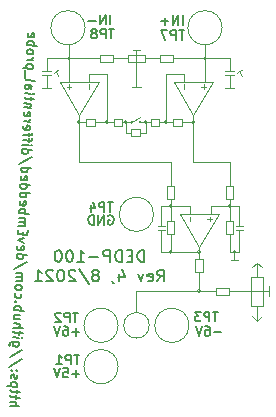
<source format=gbo>
G04 #@! TF.GenerationSoftware,KiCad,Pcbnew,5.1.9-73d0e3b20d~88~ubuntu20.04.1*
G04 #@! TF.CreationDate,2021-08-20T12:19:55+03:00*
G04 #@! TF.ProjectId,diff_probe_amplifier,64696666-5f70-4726-9f62-655f616d706c,rev?*
G04 #@! TF.SameCoordinates,Original*
G04 #@! TF.FileFunction,Legend,Bot*
G04 #@! TF.FilePolarity,Positive*
%FSLAX46Y46*%
G04 Gerber Fmt 4.6, Leading zero omitted, Abs format (unit mm)*
G04 Created by KiCad (PCBNEW 5.1.9-73d0e3b20d~88~ubuntu20.04.1) date 2021-08-20 12:19:55*
%MOMM*%
%LPD*%
G01*
G04 APERTURE LIST*
%ADD10C,0.120000*%
%ADD11C,0.150000*%
%ADD12C,2.500000*%
%ADD13R,1.000000X0.800000*%
%ADD14C,1.500000*%
%ADD15C,0.600000*%
%ADD16C,4.200000*%
G04 APERTURE END LIST*
D10*
X14941421Y-12200000D02*
G75*
G03*
X14941421Y-12200000I-141421J0D01*
G01*
X13241421Y-12200000D02*
G75*
G03*
X13241421Y-12200000I-141421J0D01*
G01*
X13100000Y-13100000D02*
X13100000Y-12200000D01*
X13500000Y-13100000D02*
X13100000Y-13100000D01*
X14800000Y-13100000D02*
X14800000Y-12200000D01*
X14300000Y-13100000D02*
X14800000Y-13100000D01*
X14300000Y-13400000D02*
X13500000Y-13400000D01*
X13500000Y-12800000D02*
X14300000Y-12800000D01*
X14300000Y-12800000D02*
X14300000Y-13400000D01*
X13500000Y-13400000D02*
X13500000Y-13100000D01*
X13500000Y-13100000D02*
X13500000Y-12800000D01*
X19441421Y-23200000D02*
G75*
G03*
X19441421Y-23200000I-141421J0D01*
G01*
X7400000Y-8300000D02*
X7200000Y-7900000D01*
X7000000Y-8000000D02*
X7200000Y-7900000D01*
X7200000Y-7900000D02*
X7400000Y-7800000D01*
X22700000Y-7900000D02*
X22900000Y-7800000D01*
X22500000Y-8000000D02*
X22700000Y-7900000D01*
X22900000Y-8300000D02*
X22700000Y-7900000D01*
X14400000Y-12200000D02*
G75*
G03*
X14400000Y-12200000I-100000J0D01*
G01*
X13700000Y-12200000D02*
G75*
G03*
X13700000Y-12200000I-100000J0D01*
G01*
X9241421Y-12200000D02*
G75*
G03*
X9241421Y-12200000I-141421J0D01*
G01*
X18941421Y-12200000D02*
G75*
G03*
X18941421Y-12200000I-141421J0D01*
G01*
X21900000Y-15600000D02*
X21900000Y-17600000D01*
X18800000Y-15600000D02*
X21900000Y-15600000D01*
X18800000Y-12200000D02*
X18800000Y-15600000D01*
X9100000Y-15600000D02*
X9100000Y-12200000D01*
X16900000Y-15600000D02*
X9100000Y-15600000D01*
X16900000Y-17600000D02*
X16900000Y-15600000D01*
X22441421Y-23200000D02*
G75*
G03*
X22441421Y-23200000I-141421J0D01*
G01*
X17041421Y-23200000D02*
G75*
G03*
X17041421Y-23200000I-141421J0D01*
G01*
X17041421Y-19300000D02*
G75*
G03*
X17041421Y-19300000I-141421J0D01*
G01*
X22041421Y-19300000D02*
G75*
G03*
X22041421Y-19300000I-141421J0D01*
G01*
X22700000Y-19300000D02*
X21900000Y-19300000D01*
X22300000Y-23900000D02*
X22300000Y-23200000D01*
X21900000Y-23200000D02*
X21900000Y-22500000D01*
X22700000Y-23200000D02*
X21900000Y-23200000D01*
X22400000Y-21300000D02*
X23000000Y-21300000D01*
X22400000Y-21000000D02*
X23000000Y-21000000D01*
X22700000Y-21300000D02*
X22700000Y-23200000D01*
X22700000Y-21000000D02*
X22700000Y-19300000D01*
X16100000Y-23200000D02*
X16900000Y-23200000D01*
X16100000Y-21300000D02*
X16100000Y-23200000D01*
X16100000Y-19300000D02*
X16900000Y-19300000D01*
X16100000Y-21000000D02*
X16100000Y-19300000D01*
X15800000Y-21000000D02*
X16400000Y-21000000D01*
X15800000Y-21300000D02*
X16400000Y-21300000D01*
X16900000Y-23200000D02*
X19300000Y-23200000D01*
X16900000Y-21700000D02*
X16900000Y-23200000D01*
X22000000Y-23900000D02*
X22600000Y-23900000D01*
X21900000Y-21700000D02*
X21900000Y-22500000D01*
X20300000Y-19300000D02*
X21900000Y-19300000D01*
X18500000Y-19300000D02*
X16900000Y-19300000D01*
X16900000Y-18700000D02*
X16900000Y-20600000D01*
X21900000Y-18700000D02*
X21900000Y-20600000D01*
X21600000Y-17600000D02*
X22200000Y-17600000D01*
X22200000Y-18700000D02*
X21600000Y-18700000D01*
X22200000Y-17600000D02*
X22200000Y-18700000D01*
X21600000Y-18700000D02*
X21600000Y-17600000D01*
X17200000Y-18700000D02*
X16600000Y-18700000D01*
X16600000Y-17600000D02*
X17200000Y-17600000D01*
X16600000Y-18700000D02*
X16600000Y-17600000D01*
X17200000Y-17600000D02*
X17200000Y-18700000D01*
X17200000Y-20600000D02*
X17200000Y-21700000D01*
X17200000Y-21700000D02*
X16600000Y-21700000D01*
X16600000Y-21700000D02*
X16600000Y-20600000D01*
X16600000Y-20600000D02*
X17200000Y-20600000D01*
X22200000Y-21700000D02*
X21600000Y-21700000D01*
X22200000Y-20600000D02*
X22200000Y-21700000D01*
X21600000Y-20600000D02*
X22200000Y-20600000D01*
X21600000Y-21700000D02*
X21600000Y-20600000D01*
X21800000Y-26200000D02*
X21800000Y-26800000D01*
X21800000Y-26800000D02*
X20700000Y-26800000D01*
X20700000Y-26200000D02*
X21800000Y-26200000D01*
X20700000Y-26800000D02*
X20700000Y-26200000D01*
X15081665Y-29400000D02*
G75*
G03*
X15081665Y-29400000I-1081665J0D01*
G01*
X19441421Y-26500000D02*
G75*
G03*
X19441421Y-26500000I-141421J0D01*
G01*
X24200000Y-29000000D02*
X23800000Y-28600000D01*
X24200000Y-27800000D02*
X24200000Y-29000000D01*
X24200000Y-29000000D02*
X24600000Y-28600000D01*
X24200000Y-24100000D02*
X24600000Y-24500000D01*
X24200000Y-24100000D02*
X23800000Y-24500000D01*
X24200000Y-25300000D02*
X24200000Y-24100000D01*
X25200000Y-26500000D02*
X25200000Y-26900000D01*
X25200000Y-26500000D02*
X25200000Y-26100000D01*
X21800000Y-26500000D02*
X25200000Y-26500000D01*
X24700000Y-27800000D02*
X23700000Y-27800000D01*
X24700000Y-25300000D02*
X24700000Y-27800000D01*
X23700000Y-25300000D02*
X24700000Y-25300000D01*
X23700000Y-27800000D02*
X23700000Y-25300000D01*
X19300000Y-26500000D02*
X20700000Y-26500000D01*
X14000000Y-26500000D02*
X14000000Y-28300000D01*
X19300000Y-26500000D02*
X14000000Y-26500000D01*
X19300000Y-24900000D02*
X19300000Y-26500000D01*
X19000000Y-24900000D02*
X19000000Y-23800000D01*
X19600000Y-24900000D02*
X19000000Y-24900000D01*
X19600000Y-23800000D02*
X19600000Y-24900000D01*
X19000000Y-23800000D02*
X19600000Y-23800000D01*
X19300000Y-22800000D02*
X19300000Y-23800000D01*
X20300000Y-19300000D02*
X20300000Y-20000000D01*
X20200000Y-20600000D02*
X20200000Y-20200000D01*
X19300000Y-22800000D02*
X21000000Y-20000000D01*
X20000000Y-20400000D02*
X20400000Y-20400000D01*
X21000000Y-20000000D02*
X17700000Y-20000000D01*
X18500000Y-20000000D02*
X18500000Y-19300000D01*
X17700000Y-20000000D02*
X19300000Y-22800000D01*
X18500000Y-20600000D02*
X18500000Y-20200000D01*
X16641421Y-12200000D02*
G75*
G03*
X16641421Y-12200000I-141421J0D01*
G01*
X11641421Y-12200000D02*
G75*
G03*
X11641421Y-12200000I-141421J0D01*
G01*
X8441421Y-6800000D02*
G75*
G03*
X8441421Y-6800000I-141421J0D01*
G01*
X19941421Y-6800000D02*
G75*
G03*
X19941421Y-6800000I-141421J0D01*
G01*
X14000000Y-9200000D02*
X14400000Y-9200000D01*
X14000000Y-9200000D02*
X13600000Y-9200000D01*
X14000000Y-8200000D02*
X14000000Y-9200000D01*
X15900000Y-12200000D02*
X16500000Y-12200000D01*
X14200000Y-12200000D02*
X15200000Y-12200000D01*
X13600000Y-12200000D02*
X14300000Y-11800000D01*
X12800000Y-12200000D02*
X13600000Y-12200000D01*
X11500000Y-12200000D02*
X12100000Y-12200000D01*
X15900000Y-11900000D02*
X15900000Y-12500000D01*
X15200000Y-12500000D02*
X15200000Y-12200000D01*
X15200000Y-11900000D02*
X15900000Y-11900000D01*
X15900000Y-12500000D02*
X15200000Y-12500000D01*
X15200000Y-12200000D02*
X15200000Y-11900000D01*
X12100000Y-12500000D02*
X12100000Y-12200000D01*
X12800000Y-12500000D02*
X12100000Y-12500000D01*
X12800000Y-11900000D02*
X12800000Y-12500000D01*
X12100000Y-11900000D02*
X12800000Y-11900000D01*
X12100000Y-12200000D02*
X12100000Y-11900000D01*
X16000000Y-6800000D02*
X14700000Y-6800000D01*
X16000000Y-7100000D02*
X16000000Y-6500000D01*
X16000000Y-6500000D02*
X17100000Y-6500000D01*
X17100000Y-6500000D02*
X17100000Y-7100000D01*
X17100000Y-7100000D02*
X16000000Y-7100000D01*
X12000000Y-6800000D02*
X13300000Y-6800000D01*
X12000000Y-7100000D02*
X10900000Y-7100000D01*
X12000000Y-6500000D02*
X12000000Y-7100000D01*
X10900000Y-6500000D02*
X12000000Y-6500000D01*
X10900000Y-7100000D02*
X10900000Y-6500000D01*
X14000000Y-7500000D02*
X14000000Y-8200000D01*
X13700000Y-6100000D02*
X14300000Y-6100000D01*
X14000000Y-7500000D02*
X14000000Y-6100000D01*
X17100000Y-6800000D02*
X19800000Y-6800000D01*
X13300000Y-7100000D02*
X13300000Y-6800000D01*
X14700000Y-7100000D02*
X13300000Y-7100000D01*
X14700000Y-6500000D02*
X14700000Y-7100000D01*
X13300000Y-6500000D02*
X14700000Y-6500000D01*
X13300000Y-6800000D02*
X13300000Y-6500000D01*
X8300000Y-6800000D02*
X10900000Y-6800000D01*
X10000000Y-8800000D02*
X10000000Y-8100000D01*
X6000000Y-8200000D02*
X6800000Y-8200000D01*
X10600000Y-12200000D02*
X11500000Y-12200000D01*
X9100000Y-12200000D02*
X9700000Y-12200000D01*
X9700000Y-12500000D02*
X9700000Y-12200000D01*
X6400000Y-8200000D02*
X6400000Y-9300000D01*
X8300000Y-5650000D02*
X8300000Y-8800000D01*
X10500000Y-12500000D02*
X9700000Y-12500000D01*
X6400000Y-6800000D02*
X6400000Y-7900000D01*
X10000000Y-9400000D02*
X10000000Y-9000000D01*
X6400000Y-6800000D02*
X8300000Y-6800000D01*
X9100000Y-11600000D02*
X10800000Y-8800000D01*
X10500000Y-11900000D02*
X10500000Y-12500000D01*
X9100000Y-12200000D02*
X9100000Y-11600000D01*
X9700000Y-11900000D02*
X10500000Y-11900000D01*
X8100000Y-9200000D02*
X8500000Y-9200000D01*
X11500000Y-11500000D02*
X11500000Y-12200000D01*
X10800000Y-8800000D02*
X7500000Y-8800000D01*
X6000000Y-9300000D02*
X6800000Y-9300000D01*
X11500000Y-8100000D02*
X11500000Y-11500000D01*
X6000000Y-7900000D02*
X6800000Y-7900000D01*
X11500000Y-8100000D02*
X10000000Y-8100000D01*
X7500000Y-8800000D02*
X9100000Y-11600000D01*
X8300000Y-9400000D02*
X8300000Y-9000000D01*
X9700000Y-12200000D02*
X9700000Y-11900000D01*
X18000000Y-9400000D02*
X18000000Y-9000000D01*
X19700000Y-9400000D02*
X19700000Y-9000000D01*
X19500000Y-9200000D02*
X19900000Y-9200000D01*
X21500000Y-9300000D02*
X22300000Y-9300000D01*
X21900000Y-8200000D02*
X21900000Y-9300000D01*
X21500000Y-8200000D02*
X22300000Y-8200000D01*
X21500000Y-7900000D02*
X22300000Y-7900000D01*
X21900000Y-6800000D02*
X21900000Y-7900000D01*
X19800000Y-6800000D02*
X21900000Y-6800000D01*
X18800000Y-12200000D02*
X18800000Y-11600000D01*
X17900000Y-12200000D02*
X18800000Y-12200000D01*
X17100000Y-12500000D02*
X17100000Y-12200000D01*
X17900000Y-12500000D02*
X17100000Y-12500000D01*
X17900000Y-11900000D02*
X17900000Y-12500000D01*
X17100000Y-11900000D02*
X17900000Y-11900000D01*
X17100000Y-12200000D02*
X17100000Y-11900000D01*
X16500000Y-12200000D02*
X17100000Y-12200000D01*
X16500000Y-11500000D02*
X16500000Y-12200000D01*
X16500000Y-8100000D02*
X16500000Y-11500000D01*
X18000000Y-8100000D02*
X16500000Y-8100000D01*
X18000000Y-8800000D02*
X18000000Y-8100000D01*
X18800000Y-11600000D02*
X20500000Y-8800000D01*
X17200000Y-8800000D02*
X18800000Y-11600000D01*
X20500000Y-8800000D02*
X17200000Y-8800000D01*
X19800000Y-5650000D02*
X19800000Y-8800000D01*
D11*
X3267166Y-36203945D02*
X4066211Y-36243025D01*
X3283914Y-35861497D02*
X3702462Y-35881968D01*
X3776700Y-35923739D01*
X3811028Y-36001700D01*
X3805445Y-36115849D01*
X3763673Y-36190088D01*
X3723763Y-36226276D01*
X3829637Y-35621202D02*
X3844525Y-35316804D01*
X4101569Y-35520079D02*
X3416673Y-35486583D01*
X3342434Y-35444811D01*
X3308106Y-35366850D01*
X3311828Y-35290751D01*
X3851969Y-35164605D02*
X3866856Y-34860207D01*
X4123900Y-35063482D02*
X3439004Y-35029985D01*
X3364766Y-34988214D01*
X3330438Y-34910253D01*
X3334160Y-34834154D01*
X3879883Y-34593859D02*
X3080838Y-34554779D01*
X3841833Y-34591998D02*
X3883605Y-34517759D01*
X3891049Y-34365560D01*
X3856721Y-34287600D01*
X3820532Y-34247689D01*
X3746293Y-34205917D01*
X3517995Y-34194752D01*
X3440034Y-34229080D01*
X3400124Y-34265268D01*
X3358352Y-34339507D01*
X3350908Y-34491706D01*
X3385236Y-34569666D01*
X3418733Y-33884771D02*
X3384405Y-33806810D01*
X3391849Y-33654611D01*
X3433621Y-33580373D01*
X3511581Y-33546045D01*
X3549631Y-33547906D01*
X3623869Y-33589677D01*
X3658197Y-33667638D01*
X3652614Y-33781787D01*
X3686942Y-33859748D01*
X3761181Y-33901519D01*
X3799231Y-33903380D01*
X3877191Y-33869052D01*
X3918963Y-33794814D01*
X3924546Y-33680665D01*
X3890218Y-33602704D01*
X3490280Y-33201736D02*
X3454091Y-33161825D01*
X3414180Y-33198014D01*
X3450369Y-33237925D01*
X3490280Y-33201736D01*
X3414180Y-33198014D01*
X3908827Y-33222206D02*
X3872638Y-33182296D01*
X3832728Y-33218485D01*
X3868916Y-33258395D01*
X3908827Y-33222206D01*
X3832728Y-33218485D01*
X4297798Y-32287711D02*
X3236958Y-32922361D01*
X4338739Y-31450616D02*
X3277899Y-32085267D01*
X4064116Y-30826933D02*
X3417270Y-30795297D01*
X3339310Y-30829625D01*
X3299399Y-30865813D01*
X3257628Y-30940052D01*
X3252045Y-31054201D01*
X3286373Y-31132162D01*
X3569469Y-30802740D02*
X3527698Y-30876979D01*
X3520254Y-31029178D01*
X3554582Y-31107138D01*
X3590771Y-31147049D01*
X3665009Y-31188821D01*
X3893308Y-31199986D01*
X3971268Y-31165659D01*
X4011179Y-31129470D01*
X4052951Y-31055231D01*
X4060394Y-30903032D01*
X4026067Y-30825072D01*
X3550029Y-30420382D02*
X4082726Y-30446435D01*
X4349074Y-30459462D02*
X4309163Y-30495651D01*
X4272974Y-30455740D01*
X4312885Y-30419551D01*
X4349074Y-30459462D01*
X4272974Y-30455740D01*
X4095752Y-30180087D02*
X4110640Y-29875689D01*
X4367683Y-30078964D02*
X3682788Y-30045467D01*
X3608549Y-30003696D01*
X3574221Y-29925735D01*
X3577943Y-29849636D01*
X3590970Y-29583287D02*
X4390015Y-29622367D01*
X3607718Y-29240839D02*
X4026266Y-29261310D01*
X4100504Y-29303081D01*
X4134832Y-29381042D01*
X4129249Y-29495191D01*
X4087478Y-29569430D01*
X4047567Y-29605619D01*
X4175773Y-28543947D02*
X3643076Y-28517894D01*
X4159024Y-28886395D02*
X3740477Y-28865925D01*
X3666238Y-28824153D01*
X3631911Y-28746193D01*
X3637493Y-28632043D01*
X3679265Y-28557805D01*
X3719176Y-28521616D01*
X3661686Y-28137396D02*
X4460731Y-28176476D01*
X4156333Y-28161589D02*
X4198104Y-28087350D01*
X4205548Y-27935151D01*
X4171220Y-27857191D01*
X4135031Y-27817280D01*
X4060793Y-27775508D01*
X3832494Y-27764343D01*
X3754534Y-27798671D01*
X3714623Y-27834859D01*
X3672851Y-27909098D01*
X3665408Y-28061297D01*
X3699735Y-28139257D01*
X3773143Y-27418173D02*
X3736954Y-27378262D01*
X3697044Y-27414451D01*
X3733232Y-27454362D01*
X3773143Y-27418173D01*
X3697044Y-27414451D01*
X3770451Y-26693367D02*
X3728680Y-26767605D01*
X3721236Y-26919804D01*
X3755564Y-26997765D01*
X3791753Y-27037675D01*
X3865991Y-27079447D01*
X4094290Y-27090613D01*
X4172250Y-27056285D01*
X4212161Y-27020096D01*
X4253933Y-26945857D01*
X4261376Y-26793658D01*
X4227048Y-26715698D01*
X3754733Y-26234909D02*
X3789061Y-26312869D01*
X3825250Y-26352780D01*
X3899488Y-26394551D01*
X4127787Y-26405717D01*
X4205747Y-26371389D01*
X4245658Y-26335200D01*
X4287430Y-26260962D01*
X4293012Y-26146813D01*
X4258684Y-26068852D01*
X4222496Y-26028941D01*
X4148257Y-25987170D01*
X3919959Y-25976004D01*
X3841998Y-26010332D01*
X3802087Y-26046521D01*
X3760316Y-26120759D01*
X3754733Y-26234909D01*
X3784508Y-25626112D02*
X4317205Y-25652166D01*
X4241105Y-25648444D02*
X4281016Y-25612255D01*
X4322787Y-25538016D01*
X4328370Y-25423867D01*
X4294042Y-25345907D01*
X4219804Y-25304135D01*
X3801256Y-25283665D01*
X4219804Y-25304135D02*
X4297764Y-25269807D01*
X4339536Y-25195569D01*
X4345119Y-25081419D01*
X4310791Y-25003459D01*
X4236552Y-24961687D01*
X3818005Y-24941217D01*
X4701623Y-24030914D02*
X3640783Y-24665564D01*
X3894304Y-23381177D02*
X4693349Y-23420257D01*
X3932353Y-23383038D02*
X3890582Y-23457276D01*
X3883138Y-23609475D01*
X3917466Y-23687436D01*
X3953655Y-23727346D01*
X4027893Y-23769118D01*
X4256192Y-23780284D01*
X4334152Y-23745956D01*
X4374063Y-23709767D01*
X4415835Y-23635529D01*
X4423278Y-23483329D01*
X4388951Y-23405369D01*
X3965850Y-22698142D02*
X3924079Y-22772381D01*
X3916635Y-22924580D01*
X3950963Y-23002540D01*
X4025201Y-23044312D01*
X4329599Y-23059199D01*
X4407560Y-23024871D01*
X4449332Y-22950633D01*
X4456775Y-22798434D01*
X4422448Y-22720473D01*
X4348209Y-22678702D01*
X4272109Y-22674980D01*
X4177400Y-23051756D01*
X4475385Y-22417936D02*
X3951993Y-22201634D01*
X4493994Y-22037439D01*
X4394733Y-21727458D02*
X4407759Y-21461109D01*
X3994795Y-21326490D02*
X3976185Y-21706987D01*
X4775230Y-21746067D01*
X4793840Y-21365570D01*
X4011543Y-20984042D02*
X4544240Y-21010095D01*
X4468140Y-21006373D02*
X4508051Y-20970185D01*
X4549823Y-20895946D01*
X4555405Y-20781797D01*
X4521078Y-20703836D01*
X4446839Y-20662065D01*
X4028292Y-20641594D01*
X4446839Y-20662065D02*
X4524799Y-20627737D01*
X4566571Y-20553498D01*
X4572154Y-20439349D01*
X4537826Y-20361388D01*
X4463587Y-20319617D01*
X4045040Y-20299146D01*
X4063650Y-19918649D02*
X4862694Y-19957729D01*
X4558296Y-19942841D02*
X4600068Y-19868603D01*
X4607512Y-19716403D01*
X4573184Y-19638443D01*
X4536995Y-19598532D01*
X4462757Y-19556761D01*
X4234458Y-19545595D01*
X4156498Y-19579923D01*
X4116587Y-19616112D01*
X4074815Y-19690350D01*
X4067371Y-19842549D01*
X4101699Y-19920510D01*
X4151945Y-18893166D02*
X4110173Y-18967405D01*
X4102729Y-19119604D01*
X4137057Y-19197564D01*
X4211296Y-19239336D01*
X4515694Y-19254224D01*
X4593654Y-19219896D01*
X4635426Y-19145657D01*
X4642870Y-18993458D01*
X4608542Y-18915498D01*
X4534303Y-18873726D01*
X4458204Y-18870004D01*
X4363495Y-19246780D01*
X4149253Y-18168360D02*
X4948298Y-18207440D01*
X4187303Y-18170221D02*
X4145531Y-18244459D01*
X4138087Y-18396659D01*
X4172415Y-18474619D01*
X4208604Y-18514530D01*
X4282843Y-18556301D01*
X4511141Y-18567467D01*
X4589102Y-18533139D01*
X4629012Y-18496950D01*
X4670784Y-18422712D01*
X4678228Y-18270513D01*
X4643900Y-18192552D01*
X4184611Y-17445415D02*
X4983656Y-17484494D01*
X4222661Y-17447276D02*
X4180889Y-17521514D01*
X4173445Y-17673713D01*
X4207773Y-17751674D01*
X4243962Y-17791584D01*
X4318200Y-17833356D01*
X4546499Y-17844522D01*
X4624459Y-17810194D01*
X4664370Y-17774005D01*
X4706142Y-17699766D01*
X4713586Y-17547567D01*
X4679258Y-17469607D01*
X4256158Y-16762380D02*
X4214386Y-16836618D01*
X4206942Y-16988817D01*
X4241270Y-17066778D01*
X4315509Y-17108550D01*
X4619907Y-17123437D01*
X4697867Y-17089109D01*
X4739639Y-17014871D01*
X4747083Y-16862672D01*
X4712755Y-16784711D01*
X4638516Y-16742940D01*
X4562417Y-16739218D01*
X4467708Y-17115993D01*
X4253466Y-16037574D02*
X5052511Y-16076653D01*
X4291516Y-16039434D02*
X4249744Y-16113673D01*
X4242300Y-16265872D01*
X4276628Y-16343833D01*
X4312817Y-16383743D01*
X4387055Y-16425515D01*
X4615354Y-16436681D01*
X4693314Y-16402353D01*
X4733225Y-16366164D01*
X4774997Y-16291925D01*
X4782441Y-16139726D01*
X4748113Y-16061766D01*
X5137084Y-15127270D02*
X4076244Y-15761921D01*
X4329764Y-14477533D02*
X5128809Y-14516613D01*
X4367814Y-14479394D02*
X4326043Y-14553633D01*
X4318599Y-14705832D01*
X4352927Y-14783792D01*
X4389116Y-14823703D01*
X4463354Y-14865475D01*
X4691653Y-14876640D01*
X4769613Y-14842313D01*
X4809524Y-14806124D01*
X4851295Y-14731885D01*
X4858739Y-14579686D01*
X4824411Y-14501726D01*
X4348374Y-14097036D02*
X4881071Y-14123089D01*
X5147419Y-14136116D02*
X5107508Y-14172305D01*
X5071319Y-14132394D01*
X5111230Y-14096205D01*
X5147419Y-14136116D01*
X5071319Y-14132394D01*
X4894097Y-13856741D02*
X4908985Y-13552343D01*
X4366983Y-13716538D02*
X5051879Y-13750035D01*
X5129839Y-13715707D01*
X5171611Y-13641469D01*
X5175333Y-13565369D01*
X4916428Y-13400144D02*
X4931316Y-13095746D01*
X4389315Y-13259941D02*
X5074210Y-13293438D01*
X5152171Y-13259110D01*
X5193942Y-13184872D01*
X5197664Y-13108772D01*
X4464583Y-12500807D02*
X4422812Y-12575046D01*
X4415368Y-12727245D01*
X4449696Y-12805205D01*
X4523934Y-12846977D01*
X4828332Y-12861864D01*
X4906293Y-12827536D01*
X4948064Y-12753298D01*
X4955508Y-12601099D01*
X4921180Y-12523138D01*
X4846942Y-12481367D01*
X4770842Y-12477645D01*
X4676133Y-12854420D01*
X4445143Y-12118448D02*
X4977840Y-12144502D01*
X4825641Y-12137058D02*
X4903601Y-12102730D01*
X4943512Y-12066541D01*
X4985283Y-11992303D01*
X4989005Y-11916203D01*
X4522273Y-11321265D02*
X4480501Y-11395503D01*
X4473057Y-11547702D01*
X4507385Y-11625663D01*
X4581624Y-11667434D01*
X4886022Y-11682322D01*
X4963982Y-11647994D01*
X5005754Y-11573755D01*
X5013198Y-11421556D01*
X4978870Y-11343596D01*
X4904631Y-11301824D01*
X4828532Y-11298102D01*
X4733823Y-11674878D01*
X5035529Y-10964959D02*
X4502832Y-10938906D01*
X4959429Y-10961237D02*
X4999340Y-10925049D01*
X5041112Y-10850810D01*
X5046695Y-10736661D01*
X5012367Y-10658700D01*
X4938128Y-10616929D01*
X4519581Y-10596458D01*
X5065304Y-10356163D02*
X5080191Y-10051765D01*
X5337235Y-10255040D02*
X4652339Y-10221543D01*
X4578101Y-10179772D01*
X4543773Y-10101811D01*
X4547495Y-10025712D01*
X4560521Y-9759364D02*
X5093218Y-9785417D01*
X5359566Y-9798443D02*
X5319656Y-9834632D01*
X5283467Y-9794721D01*
X5323378Y-9758533D01*
X5359566Y-9798443D01*
X5283467Y-9794721D01*
X4595879Y-9036418D02*
X5014427Y-9056889D01*
X5088665Y-9098660D01*
X5122993Y-9176621D01*
X5115549Y-9328820D01*
X5073778Y-9403058D01*
X4633929Y-9038279D02*
X4592158Y-9112518D01*
X4582853Y-9302766D01*
X4617181Y-9380727D01*
X4691419Y-9422499D01*
X4767519Y-9426220D01*
X4845479Y-9391893D01*
X4887251Y-9317654D01*
X4896556Y-9127405D01*
X4938327Y-9053167D01*
X4620072Y-8541771D02*
X4654400Y-8619732D01*
X4728638Y-8661503D01*
X5413534Y-8695000D01*
X4549555Y-8423900D02*
X4579330Y-7815104D01*
X5197431Y-7654630D02*
X4398386Y-7615550D01*
X5159381Y-7652769D02*
X5201153Y-7578531D01*
X5208597Y-7426332D01*
X5174269Y-7348371D01*
X5138080Y-7308461D01*
X5063841Y-7266689D01*
X4835543Y-7255523D01*
X4757582Y-7289851D01*
X4717672Y-7326040D01*
X4675900Y-7400279D01*
X4668456Y-7552478D01*
X4702784Y-7630438D01*
X4700092Y-6905632D02*
X5232789Y-6931685D01*
X5080590Y-6924241D02*
X5158550Y-6889913D01*
X5198461Y-6853724D01*
X5240233Y-6779486D01*
X5243955Y-6703386D01*
X4729867Y-6296836D02*
X4764195Y-6374796D01*
X4800384Y-6414707D01*
X4874623Y-6456478D01*
X5102921Y-6467644D01*
X5180882Y-6433316D01*
X5220792Y-6397127D01*
X5262564Y-6322889D01*
X5268147Y-6208740D01*
X5233819Y-6130779D01*
X5197630Y-6090868D01*
X5123392Y-6049097D01*
X4895093Y-6037931D01*
X4817133Y-6072259D01*
X4777222Y-6108448D01*
X4735450Y-6182686D01*
X4729867Y-6296836D01*
X4759642Y-5688039D02*
X5558687Y-5727119D01*
X5254289Y-5712232D02*
X5296061Y-5637993D01*
X5303505Y-5485794D01*
X5269177Y-5407834D01*
X5232988Y-5367923D01*
X5158749Y-5326151D01*
X4930451Y-5314986D01*
X4852490Y-5349314D01*
X4812580Y-5385502D01*
X4770808Y-5459741D01*
X4763364Y-5611940D01*
X4797692Y-5689900D01*
X4847938Y-4662557D02*
X4806166Y-4736796D01*
X4798722Y-4888995D01*
X4833050Y-4966955D01*
X4907289Y-5008727D01*
X5211687Y-5023614D01*
X5289647Y-4989286D01*
X5331419Y-4915048D01*
X5338863Y-4762849D01*
X5304535Y-4684888D01*
X5230296Y-4643117D01*
X5154197Y-4639395D01*
X5059488Y-5016170D01*
X14661904Y-24027380D02*
X14661904Y-23027380D01*
X14423809Y-23027380D01*
X14280952Y-23075000D01*
X14185714Y-23170238D01*
X14138095Y-23265476D01*
X14090476Y-23455952D01*
X14090476Y-23598809D01*
X14138095Y-23789285D01*
X14185714Y-23884523D01*
X14280952Y-23979761D01*
X14423809Y-24027380D01*
X14661904Y-24027380D01*
X13661904Y-23503571D02*
X13328571Y-23503571D01*
X13185714Y-24027380D02*
X13661904Y-24027380D01*
X13661904Y-23027380D01*
X13185714Y-23027380D01*
X12757142Y-24027380D02*
X12757142Y-23027380D01*
X12519047Y-23027380D01*
X12376190Y-23075000D01*
X12280952Y-23170238D01*
X12233333Y-23265476D01*
X12185714Y-23455952D01*
X12185714Y-23598809D01*
X12233333Y-23789285D01*
X12280952Y-23884523D01*
X12376190Y-23979761D01*
X12519047Y-24027380D01*
X12757142Y-24027380D01*
X11757142Y-24027380D02*
X11757142Y-23027380D01*
X11376190Y-23027380D01*
X11280952Y-23075000D01*
X11233333Y-23122619D01*
X11185714Y-23217857D01*
X11185714Y-23360714D01*
X11233333Y-23455952D01*
X11280952Y-23503571D01*
X11376190Y-23551190D01*
X11757142Y-23551190D01*
X10757142Y-23646428D02*
X9995238Y-23646428D01*
X8995238Y-24027380D02*
X9566666Y-24027380D01*
X9280952Y-24027380D02*
X9280952Y-23027380D01*
X9376190Y-23170238D01*
X9471428Y-23265476D01*
X9566666Y-23313095D01*
X8376190Y-23027380D02*
X8280952Y-23027380D01*
X8185714Y-23075000D01*
X8138095Y-23122619D01*
X8090476Y-23217857D01*
X8042857Y-23408333D01*
X8042857Y-23646428D01*
X8090476Y-23836904D01*
X8138095Y-23932142D01*
X8185714Y-23979761D01*
X8280952Y-24027380D01*
X8376190Y-24027380D01*
X8471428Y-23979761D01*
X8519047Y-23932142D01*
X8566666Y-23836904D01*
X8614285Y-23646428D01*
X8614285Y-23408333D01*
X8566666Y-23217857D01*
X8519047Y-23122619D01*
X8471428Y-23075000D01*
X8376190Y-23027380D01*
X7423809Y-23027380D02*
X7328571Y-23027380D01*
X7233333Y-23075000D01*
X7185714Y-23122619D01*
X7138095Y-23217857D01*
X7090476Y-23408333D01*
X7090476Y-23646428D01*
X7138095Y-23836904D01*
X7185714Y-23932142D01*
X7233333Y-23979761D01*
X7328571Y-24027380D01*
X7423809Y-24027380D01*
X7519047Y-23979761D01*
X7566666Y-23932142D01*
X7614285Y-23836904D01*
X7661904Y-23646428D01*
X7661904Y-23408333D01*
X7614285Y-23217857D01*
X7566666Y-23122619D01*
X7519047Y-23075000D01*
X7423809Y-23027380D01*
X15780952Y-25677380D02*
X16114285Y-25201190D01*
X16352380Y-25677380D02*
X16352380Y-24677380D01*
X15971428Y-24677380D01*
X15876190Y-24725000D01*
X15828571Y-24772619D01*
X15780952Y-24867857D01*
X15780952Y-25010714D01*
X15828571Y-25105952D01*
X15876190Y-25153571D01*
X15971428Y-25201190D01*
X16352380Y-25201190D01*
X14971428Y-25629761D02*
X15066666Y-25677380D01*
X15257142Y-25677380D01*
X15352380Y-25629761D01*
X15400000Y-25534523D01*
X15400000Y-25153571D01*
X15352380Y-25058333D01*
X15257142Y-25010714D01*
X15066666Y-25010714D01*
X14971428Y-25058333D01*
X14923809Y-25153571D01*
X14923809Y-25248809D01*
X15400000Y-25344047D01*
X14590476Y-25010714D02*
X14352380Y-25677380D01*
X14114285Y-25010714D01*
X12542857Y-25010714D02*
X12542857Y-25677380D01*
X12780952Y-24629761D02*
X13019047Y-25344047D01*
X12400000Y-25344047D01*
X11971428Y-25629761D02*
X11971428Y-25677380D01*
X12019047Y-25772619D01*
X12066666Y-25820238D01*
X10638095Y-25105952D02*
X10733333Y-25058333D01*
X10780952Y-25010714D01*
X10828571Y-24915476D01*
X10828571Y-24867857D01*
X10780952Y-24772619D01*
X10733333Y-24725000D01*
X10638095Y-24677380D01*
X10447619Y-24677380D01*
X10352380Y-24725000D01*
X10304761Y-24772619D01*
X10257142Y-24867857D01*
X10257142Y-24915476D01*
X10304761Y-25010714D01*
X10352380Y-25058333D01*
X10447619Y-25105952D01*
X10638095Y-25105952D01*
X10733333Y-25153571D01*
X10780952Y-25201190D01*
X10828571Y-25296428D01*
X10828571Y-25486904D01*
X10780952Y-25582142D01*
X10733333Y-25629761D01*
X10638095Y-25677380D01*
X10447619Y-25677380D01*
X10352380Y-25629761D01*
X10304761Y-25582142D01*
X10257142Y-25486904D01*
X10257142Y-25296428D01*
X10304761Y-25201190D01*
X10352380Y-25153571D01*
X10447619Y-25105952D01*
X9114285Y-24629761D02*
X9971428Y-25915476D01*
X8828571Y-24772619D02*
X8780952Y-24725000D01*
X8685714Y-24677380D01*
X8447619Y-24677380D01*
X8352380Y-24725000D01*
X8304761Y-24772619D01*
X8257142Y-24867857D01*
X8257142Y-24963095D01*
X8304761Y-25105952D01*
X8876190Y-25677380D01*
X8257142Y-25677380D01*
X7638095Y-24677380D02*
X7542857Y-24677380D01*
X7447619Y-24725000D01*
X7400000Y-24772619D01*
X7352380Y-24867857D01*
X7304761Y-25058333D01*
X7304761Y-25296428D01*
X7352380Y-25486904D01*
X7400000Y-25582142D01*
X7447619Y-25629761D01*
X7542857Y-25677380D01*
X7638095Y-25677380D01*
X7733333Y-25629761D01*
X7780952Y-25582142D01*
X7828571Y-25486904D01*
X7876190Y-25296428D01*
X7876190Y-25058333D01*
X7828571Y-24867857D01*
X7780952Y-24772619D01*
X7733333Y-24725000D01*
X7638095Y-24677380D01*
X6923809Y-24772619D02*
X6876190Y-24725000D01*
X6780952Y-24677380D01*
X6542857Y-24677380D01*
X6447619Y-24725000D01*
X6400000Y-24772619D01*
X6352380Y-24867857D01*
X6352380Y-24963095D01*
X6400000Y-25105952D01*
X6971428Y-25677380D01*
X6352380Y-25677380D01*
X5400000Y-25677380D02*
X5971428Y-25677380D01*
X5685714Y-25677380D02*
X5685714Y-24677380D01*
X5780952Y-24820238D01*
X5876190Y-24915476D01*
X5971428Y-24963095D01*
D10*
G04 #@! TO.C,TP8*
X9650000Y-4200000D02*
G75*
G03*
X9650000Y-4200000I-1450000J0D01*
G01*
G04 #@! TO.C,TP7*
X21250000Y-4200000D02*
G75*
G03*
X21250000Y-4200000I-1450000J0D01*
G01*
G04 #@! TO.C,TP4*
X15450000Y-20000000D02*
G75*
G03*
X15450000Y-20000000I-1450000J0D01*
G01*
G04 #@! TO.C,TP3*
X18450000Y-29400000D02*
G75*
G03*
X18450000Y-29400000I-1450000J0D01*
G01*
G04 #@! TO.C,TP2*
X12450000Y-29400000D02*
G75*
G03*
X12450000Y-29400000I-1450000J0D01*
G01*
G04 #@! TO.C,TP1*
X12450000Y-32900000D02*
G75*
G03*
X12450000Y-32900000I-1450000J0D01*
G01*
G04 #@! TO.C,TP8*
D11*
X12109523Y-4311904D02*
X11652380Y-4311904D01*
X11880952Y-5111904D02*
X11880952Y-4311904D01*
X11385714Y-5111904D02*
X11385714Y-4311904D01*
X11080952Y-4311904D01*
X11004761Y-4350000D01*
X10966666Y-4388095D01*
X10928571Y-4464285D01*
X10928571Y-4578571D01*
X10966666Y-4654761D01*
X11004761Y-4692857D01*
X11080952Y-4730952D01*
X11385714Y-4730952D01*
X10471428Y-4654761D02*
X10547619Y-4616666D01*
X10585714Y-4578571D01*
X10623809Y-4502380D01*
X10623809Y-4464285D01*
X10585714Y-4388095D01*
X10547619Y-4350000D01*
X10471428Y-4311904D01*
X10319047Y-4311904D01*
X10242857Y-4350000D01*
X10204761Y-4388095D01*
X10166666Y-4464285D01*
X10166666Y-4502380D01*
X10204761Y-4578571D01*
X10242857Y-4616666D01*
X10319047Y-4654761D01*
X10471428Y-4654761D01*
X10547619Y-4692857D01*
X10585714Y-4730952D01*
X10623809Y-4807142D01*
X10623809Y-4959523D01*
X10585714Y-5035714D01*
X10547619Y-5073809D01*
X10471428Y-5111904D01*
X10319047Y-5111904D01*
X10242857Y-5073809D01*
X10204761Y-5035714D01*
X10166666Y-4959523D01*
X10166666Y-4807142D01*
X10204761Y-4730952D01*
X10242857Y-4692857D01*
X10319047Y-4654761D01*
X11764285Y-3911904D02*
X11764285Y-3111904D01*
X11383333Y-3911904D02*
X11383333Y-3111904D01*
X10926190Y-3911904D01*
X10926190Y-3111904D01*
X10545238Y-3607142D02*
X9935714Y-3607142D01*
G04 #@! TO.C,TP7*
X18059523Y-4411904D02*
X17602380Y-4411904D01*
X17830952Y-5211904D02*
X17830952Y-4411904D01*
X17335714Y-5211904D02*
X17335714Y-4411904D01*
X17030952Y-4411904D01*
X16954761Y-4450000D01*
X16916666Y-4488095D01*
X16878571Y-4564285D01*
X16878571Y-4678571D01*
X16916666Y-4754761D01*
X16954761Y-4792857D01*
X17030952Y-4830952D01*
X17335714Y-4830952D01*
X16611904Y-4411904D02*
X16078571Y-4411904D01*
X16421428Y-5211904D01*
X17914285Y-3961904D02*
X17914285Y-3161904D01*
X17533333Y-3961904D02*
X17533333Y-3161904D01*
X17076190Y-3961904D01*
X17076190Y-3161904D01*
X16695238Y-3657142D02*
X16085714Y-3657142D01*
X16390476Y-3961904D02*
X16390476Y-3352380D01*
G04 #@! TO.C,TP4*
X12009523Y-18961904D02*
X11552380Y-18961904D01*
X11780952Y-19761904D02*
X11780952Y-18961904D01*
X11285714Y-19761904D02*
X11285714Y-18961904D01*
X10980952Y-18961904D01*
X10904761Y-19000000D01*
X10866666Y-19038095D01*
X10828571Y-19114285D01*
X10828571Y-19228571D01*
X10866666Y-19304761D01*
X10904761Y-19342857D01*
X10980952Y-19380952D01*
X11285714Y-19380952D01*
X10142857Y-19228571D02*
X10142857Y-19761904D01*
X10333333Y-18923809D02*
X10523809Y-19495238D01*
X10028571Y-19495238D01*
X11609523Y-20100000D02*
X11685714Y-20061904D01*
X11800000Y-20061904D01*
X11914285Y-20100000D01*
X11990476Y-20176190D01*
X12028571Y-20252380D01*
X12066666Y-20404761D01*
X12066666Y-20519047D01*
X12028571Y-20671428D01*
X11990476Y-20747619D01*
X11914285Y-20823809D01*
X11800000Y-20861904D01*
X11723809Y-20861904D01*
X11609523Y-20823809D01*
X11571428Y-20785714D01*
X11571428Y-20519047D01*
X11723809Y-20519047D01*
X11228571Y-20861904D02*
X11228571Y-20061904D01*
X10771428Y-20861904D01*
X10771428Y-20061904D01*
X10390476Y-20861904D02*
X10390476Y-20061904D01*
X10200000Y-20061904D01*
X10085714Y-20100000D01*
X10009523Y-20176190D01*
X9971428Y-20252380D01*
X9933333Y-20404761D01*
X9933333Y-20519047D01*
X9971428Y-20671428D01*
X10009523Y-20747619D01*
X10085714Y-20823809D01*
X10200000Y-20861904D01*
X10390476Y-20861904D01*
G04 #@! TO.C,TP3*
X20909523Y-28261904D02*
X20452380Y-28261904D01*
X20680952Y-29061904D02*
X20680952Y-28261904D01*
X20185714Y-29061904D02*
X20185714Y-28261904D01*
X19880952Y-28261904D01*
X19804761Y-28300000D01*
X19766666Y-28338095D01*
X19728571Y-28414285D01*
X19728571Y-28528571D01*
X19766666Y-28604761D01*
X19804761Y-28642857D01*
X19880952Y-28680952D01*
X20185714Y-28680952D01*
X19461904Y-28261904D02*
X18966666Y-28261904D01*
X19233333Y-28566666D01*
X19119047Y-28566666D01*
X19042857Y-28604761D01*
X19004761Y-28642857D01*
X18966666Y-28719047D01*
X18966666Y-28909523D01*
X19004761Y-28985714D01*
X19042857Y-29023809D01*
X19119047Y-29061904D01*
X19347619Y-29061904D01*
X19423809Y-29023809D01*
X19461904Y-28985714D01*
X21178571Y-29957142D02*
X20569047Y-29957142D01*
X19845238Y-29461904D02*
X19997619Y-29461904D01*
X20073809Y-29500000D01*
X20111904Y-29538095D01*
X20188095Y-29652380D01*
X20226190Y-29804761D01*
X20226190Y-30109523D01*
X20188095Y-30185714D01*
X20150000Y-30223809D01*
X20073809Y-30261904D01*
X19921428Y-30261904D01*
X19845238Y-30223809D01*
X19807142Y-30185714D01*
X19769047Y-30109523D01*
X19769047Y-29919047D01*
X19807142Y-29842857D01*
X19845238Y-29804761D01*
X19921428Y-29766666D01*
X20073809Y-29766666D01*
X20150000Y-29804761D01*
X20188095Y-29842857D01*
X20226190Y-29919047D01*
X19540476Y-29461904D02*
X19273809Y-30261904D01*
X19007142Y-29461904D01*
G04 #@! TO.C,TP2*
X9059523Y-28311904D02*
X8602380Y-28311904D01*
X8830952Y-29111904D02*
X8830952Y-28311904D01*
X8335714Y-29111904D02*
X8335714Y-28311904D01*
X8030952Y-28311904D01*
X7954761Y-28350000D01*
X7916666Y-28388095D01*
X7878571Y-28464285D01*
X7878571Y-28578571D01*
X7916666Y-28654761D01*
X7954761Y-28692857D01*
X8030952Y-28730952D01*
X8335714Y-28730952D01*
X7573809Y-28388095D02*
X7535714Y-28350000D01*
X7459523Y-28311904D01*
X7269047Y-28311904D01*
X7192857Y-28350000D01*
X7154761Y-28388095D01*
X7116666Y-28464285D01*
X7116666Y-28540476D01*
X7154761Y-28654761D01*
X7611904Y-29111904D01*
X7116666Y-29111904D01*
X9178571Y-29957142D02*
X8569047Y-29957142D01*
X8873809Y-30261904D02*
X8873809Y-29652380D01*
X7845238Y-29461904D02*
X7997619Y-29461904D01*
X8073809Y-29500000D01*
X8111904Y-29538095D01*
X8188095Y-29652380D01*
X8226190Y-29804761D01*
X8226190Y-30109523D01*
X8188095Y-30185714D01*
X8150000Y-30223809D01*
X8073809Y-30261904D01*
X7921428Y-30261904D01*
X7845238Y-30223809D01*
X7807142Y-30185714D01*
X7769047Y-30109523D01*
X7769047Y-29919047D01*
X7807142Y-29842857D01*
X7845238Y-29804761D01*
X7921428Y-29766666D01*
X8073809Y-29766666D01*
X8150000Y-29804761D01*
X8188095Y-29842857D01*
X8226190Y-29919047D01*
X7540476Y-29461904D02*
X7273809Y-30261904D01*
X7007142Y-29461904D01*
G04 #@! TO.C,TP1*
X9159523Y-31911904D02*
X8702380Y-31911904D01*
X8930952Y-32711904D02*
X8930952Y-31911904D01*
X8435714Y-32711904D02*
X8435714Y-31911904D01*
X8130952Y-31911904D01*
X8054761Y-31950000D01*
X8016666Y-31988095D01*
X7978571Y-32064285D01*
X7978571Y-32178571D01*
X8016666Y-32254761D01*
X8054761Y-32292857D01*
X8130952Y-32330952D01*
X8435714Y-32330952D01*
X7216666Y-32711904D02*
X7673809Y-32711904D01*
X7445238Y-32711904D02*
X7445238Y-31911904D01*
X7521428Y-32026190D01*
X7597619Y-32102380D01*
X7673809Y-32140476D01*
X9178571Y-33507142D02*
X8569047Y-33507142D01*
X8873809Y-33811904D02*
X8873809Y-33202380D01*
X7807142Y-33011904D02*
X8188095Y-33011904D01*
X8226190Y-33392857D01*
X8188095Y-33354761D01*
X8111904Y-33316666D01*
X7921428Y-33316666D01*
X7845238Y-33354761D01*
X7807142Y-33392857D01*
X7769047Y-33469047D01*
X7769047Y-33659523D01*
X7807142Y-33735714D01*
X7845238Y-33773809D01*
X7921428Y-33811904D01*
X8111904Y-33811904D01*
X8188095Y-33773809D01*
X8226190Y-33735714D01*
X7540476Y-33011904D02*
X7273809Y-33811904D01*
X7007142Y-33011904D01*
G04 #@! TD*
%LPC*%
D12*
G04 #@! TO.C,TP8*
X8200000Y-4200000D03*
G04 #@! TD*
G04 #@! TO.C,TP7*
X19800000Y-4200000D03*
G04 #@! TD*
D13*
G04 #@! TO.C,J1*
X13500000Y-33100000D03*
X13500000Y-32300000D03*
X13500000Y-31500000D03*
X14500000Y-31500000D03*
X14500000Y-32300000D03*
X15700000Y-34700000D03*
X15700000Y-35500000D03*
X15700000Y-36300000D03*
X12300000Y-34700000D03*
X12300000Y-35500000D03*
X12300000Y-36300000D03*
D14*
X14000000Y-29400000D03*
D13*
X14500000Y-33100000D03*
G04 #@! TD*
D15*
G04 #@! TO.C,J4*
X25099794Y-10392150D03*
X24500617Y-10423551D03*
X25131196Y-10991327D03*
G04 #@! TD*
G04 #@! TO.C,J3*
X25349794Y-15392150D03*
X24750617Y-15423551D03*
X25381196Y-15991327D03*
G04 #@! TD*
G04 #@! TO.C,J6*
X2618804Y-15991327D03*
X3249383Y-15423551D03*
X2650206Y-15392150D03*
G04 #@! TD*
G04 #@! TO.C,J5*
X2868804Y-10991327D03*
X3499383Y-10423551D03*
X2900206Y-10392150D03*
G04 #@! TD*
D16*
G04 #@! TO.C,H1*
X19000000Y-34700000D03*
G04 #@! TD*
D12*
G04 #@! TO.C,TP4*
X14000000Y-20000000D03*
G04 #@! TD*
G04 #@! TO.C,TP3*
X17000000Y-29400000D03*
G04 #@! TD*
G04 #@! TO.C,TP2*
X11000000Y-29400000D03*
G04 #@! TD*
G04 #@! TO.C,TP1*
X11000000Y-32900000D03*
G04 #@! TD*
M02*

</source>
